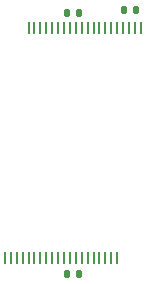
<source format=gbr>
G04 #@! TF.GenerationSoftware,KiCad,Pcbnew,8.0.0-rc2*
G04 #@! TF.CreationDate,2024-03-13T16:32:28-04:00*
G04 #@! TF.ProjectId,nandFlex,6e616e64-466c-4657-982e-6b696361645f,3*
G04 #@! TF.SameCoordinates,Original*
G04 #@! TF.FileFunction,Paste,Top*
G04 #@! TF.FilePolarity,Positive*
%FSLAX46Y46*%
G04 Gerber Fmt 4.6, Leading zero omitted, Abs format (unit mm)*
G04 Created by KiCad (PCBNEW 8.0.0-rc2) date 2024-03-13 16:32:28*
%MOMM*%
%LPD*%
G01*
G04 APERTURE LIST*
G04 Aperture macros list*
%AMRoundRect*
0 Rectangle with rounded corners*
0 $1 Rounding radius*
0 $2 $3 $4 $5 $6 $7 $8 $9 X,Y pos of 4 corners*
0 Add a 4 corners polygon primitive as box body*
4,1,4,$2,$3,$4,$5,$6,$7,$8,$9,$2,$3,0*
0 Add four circle primitives for the rounded corners*
1,1,$1+$1,$2,$3*
1,1,$1+$1,$4,$5*
1,1,$1+$1,$6,$7*
1,1,$1+$1,$8,$9*
0 Add four rect primitives between the rounded corners*
20,1,$1+$1,$2,$3,$4,$5,0*
20,1,$1+$1,$4,$5,$6,$7,0*
20,1,$1+$1,$6,$7,$8,$9,0*
20,1,$1+$1,$8,$9,$2,$3,0*%
G04 Aperture macros list end*
%ADD10RoundRect,0.140000X-0.140000X-0.170000X0.140000X-0.170000X0.140000X0.170000X-0.140000X0.170000X0*%
%ADD11RoundRect,0.100000X-0.025000X0.450000X-0.025000X-0.450000X0.025000X-0.450000X0.025000X0.450000X0*%
%ADD12RoundRect,0.135000X0.135000X0.185000X-0.135000X0.185000X-0.135000X-0.185000X0.135000X-0.185000X0*%
G04 APERTURE END LIST*
D10*
X225993291Y-67221530D03*
X226953291Y-67221530D03*
X225993291Y-89321530D03*
X226953291Y-89321530D03*
D11*
X232223291Y-68521530D03*
X231723291Y-68521530D03*
X231223291Y-68521530D03*
X230723291Y-68521530D03*
X230223291Y-68521530D03*
X229723291Y-68521530D03*
X229223291Y-68521530D03*
X228723291Y-68521530D03*
X228223291Y-68521530D03*
X227723291Y-68521530D03*
X227223291Y-68521530D03*
X226723291Y-68521530D03*
X226223291Y-68521530D03*
X225723291Y-68521530D03*
X225223291Y-68521530D03*
X224723291Y-68521530D03*
X224223291Y-68521530D03*
X223723291Y-68521530D03*
X223223291Y-68521530D03*
X222723291Y-68521530D03*
X220723291Y-88021530D03*
X221223291Y-88021530D03*
X221723291Y-88021530D03*
X222223291Y-88021530D03*
X222723291Y-88021530D03*
X223223291Y-88021530D03*
X223723291Y-88021530D03*
X224223291Y-88021530D03*
X224723291Y-88021530D03*
X225223291Y-88021530D03*
X225723291Y-88021530D03*
X226223291Y-88021530D03*
X226723291Y-88021530D03*
X227223291Y-88021530D03*
X227723291Y-88021530D03*
X228223291Y-88021530D03*
X228723291Y-88021530D03*
X229223291Y-88021530D03*
X229723291Y-88021530D03*
X230223291Y-88021530D03*
D12*
X231815000Y-67005000D03*
X230795000Y-67005000D03*
M02*

</source>
